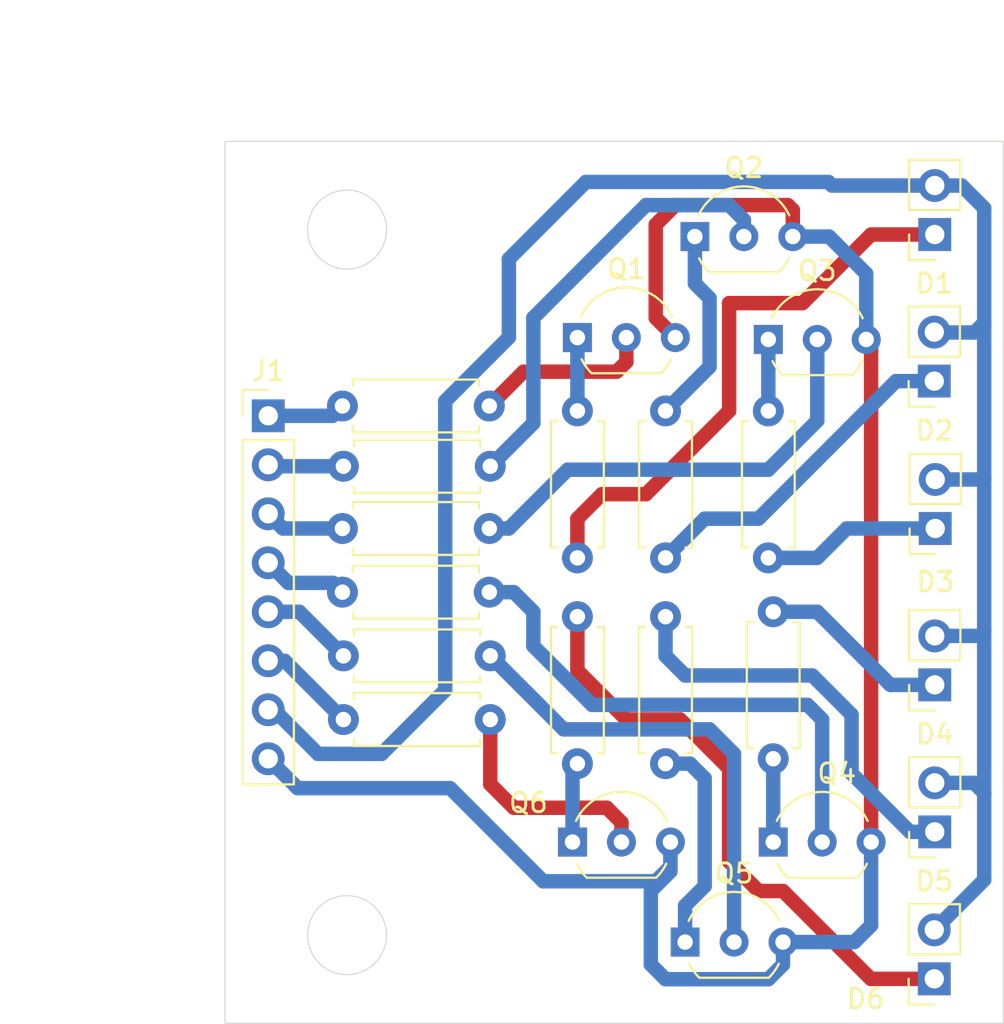
<source format=kicad_pcb>
(kicad_pcb (version 20211014) (generator pcbnew)
  (layers (0 "F.Cu" signal) (31 "B.Cu" signal) (34 "B.Paste" user) (35 "F.Paste" user) (36 "B.SilkS" user "B.Silkscreen") (37 "F.SilkS" user "F.Silkscreen") (38 "B.Mask" user) (39 "F.Mask" user) (44 "Edge.Cuts" user))
  (net 0 "")
  (net 1 "Net-(Q6-Pad1)")
  (net 2 "Net-(D6-Pad1)")
  (net 3 "Net-(Q5-Pad1)")
  (net 4 "Net-(D5-Pad1)")
  (net 5 "Net-(J1-Pad6)")
  (net 6 "Net-(Q6-Pad2)")
  (net 7 "Net-(Q4-Pad1)")
  (net 8 "Net-(D4-Pad1)")
  (net 9 "Net-(J1-Pad5)")
  (net 10 "Net-(Q5-Pad2)")
  (net 11 "Net-(J1-Pad4)")
  (net 12 "Net-(Q4-Pad2)")
  (net 13 "Net-(Q3-Pad1)")
  (net 14 "Net-(D3-Pad1)")
  (net 15 "Net-(Q2-Pad1)")
  (net 16 "Net-(D2-Pad1)")
  (net 17 "Net-(J1-Pad3)")
  (net 18 "Net-(Q3-Pad2)")
  (net 19 "Net-(Q1-Pad1)")
  (net 20 "Net-(D1-Pad1)")
  (net 21 "Net-(J1-Pad2)")
  (net 22 "Net-(Q2-Pad2)")
  (net 23 "Net-(Q1-Pad2)")
  (net 24 "Net-(J1-Pad1)")
  (net 25 "GND")
  (net 26 "Net-(D1-Pad2)")
  (footprint "Resistor_THT:R_Axial_DIN0207_L6.3mm_D2.5mm_P7.62mm_Horizontal" (layer "F.Cu") (at 128.016 98.044 90)
    (fp_text reference "R12" hide)
    (fp_text value "3K")
    (fp_line (start 0.54 1.04) (end 0.54 1.37) (layer "F.SilkS") (width 0.12))
    (fp_line (start 7.08 -1.37) (end 7.08 -1.04) (layer "F.SilkS") (width 0.12))
    (fp_line (start 7.08 1.37) (end 7.08 1.04) (layer "F.SilkS") (width 0.12))
    (fp_line (start 0.54 -1.04) (end 0.54 -1.37) (layer "F.SilkS") (width 0.12))
    (fp_line (start 0.54 -1.37) (end 7.08 -1.37) (layer "F.SilkS") (width 0.12))
    (fp_line (start 0.54 1.37) (end 7.08 1.37) (layer "F.SilkS") (width 0.12))
    (pad "1" thru_hole circle (at 0 0 90) (size 1.6 1.6) (drill 0.8) (layers *.Cu *.Mask) (net 1 "Net-(Q6-Pad1)"))
    (pad "2" thru_hole oval (at 7.62 0 90) (size 1.6 1.6) (drill 0.8) (layers *.Cu *.Mask) (net 2 "Net-(D6-Pad1)"))
  )
  (footprint "Resistor_THT:R_Axial_DIN0207_L6.3mm_D2.5mm_P7.62mm_Horizontal" (layer "F.Cu") (at 115.824 85.852)
    (fp_text reference "R4" hide)
    (fp_text value "10K")
    (fp_line (start 7.08 -1.37) (end 7.08 -1.04) (layer "F.SilkS") (width 0.12))
    (fp_line (start 7.08 1.37) (end 7.08 1.04) (layer "F.SilkS") (width 0.12))
    (fp_line (start 0.54 1.04) (end 0.54 1.37) (layer "F.SilkS") (width 0.12))
    (fp_line (start 0.54 1.37) (end 7.08 1.37) (layer "F.SilkS") (width 0.12))
    (fp_line (start 0.54 -1.37) (end 7.08 -1.37) (layer "F.SilkS") (width 0.12))
    (fp_line (start 0.54 -1.04) (end 0.54 -1.37) (layer "F.SilkS") (width 0.12))
    (pad "1" thru_hole circle (at 0 0) (size 1.6 1.6) (drill 0.8) (layers *.Cu *.Mask) (net 17 "Net-(J1-Pad3)"))
    (pad "2" thru_hole oval (at 7.62 0) (size 1.6 1.6) (drill 0.8) (layers *.Cu *.Mask) (net 18 "Net-(Q3-Pad2)"))
  )
  (footprint "Resistor_THT:R_Axial_DIN0207_L6.3mm_D2.5mm_P7.62mm_Horizontal" (layer "F.Cu") (at 123.444 79.502 180)
    (fp_text reference "R1" hide)
    (fp_text value "10K")
    (fp_line (start 0.54 -1.37) (end 7.08 -1.37) (layer "F.SilkS") (width 0.12))
    (fp_line (start 0.54 1.04) (end 0.54 1.37) (layer "F.SilkS") (width 0.12))
    (fp_line (start 7.08 -1.37) (end 7.08 -1.04) (layer "F.SilkS") (width 0.12))
    (fp_line (start 0.54 1.37) (end 7.08 1.37) (layer "F.SilkS") (width 0.12))
    (fp_line (start 0.54 -1.04) (end 0.54 -1.37) (layer "F.SilkS") (width 0.12))
    (fp_line (start 7.08 1.37) (end 7.08 1.04) (layer "F.SilkS") (width 0.12))
    (pad "1" thru_hole circle (at 0 0 180) (size 1.6 1.6) (drill 0.8) (layers *.Cu *.Mask) (net 23 "Net-(Q1-Pad2)"))
    (pad "2" thru_hole oval (at 7.62 0 180) (size 1.6 1.6) (drill 0.8) (layers *.Cu *.Mask) (net 24 "Net-(J1-Pad1)"))
  )
  (footprint "Connector_PinSocket_2.54mm:PinSocket_1x02_P2.54mm_Vertical" (layer "F.Cu") (at 146.558 93.96 180)
    (fp_text reference "D4" (at 0 -2.56) (layer "F.SilkS"))
    (fp_text value "LED" hide)
    (fp_line (start -1.33 1.27) (end 1.33 1.27) (layer "F.SilkS") (width 0.12))
    (fp_line (start 1.33 -1.33) (end 1.33 0) (layer "F.SilkS") (width 0.12))
    (fp_line (start -1.33 1.27) (end -1.33 3.87) (layer "F.SilkS") (width 0.12))
    (fp_line (start -1.33 3.87) (end 1.33 3.87) (layer "F.SilkS") (width 0.12))
    (fp_line (start 1.33 1.27) (end 1.33 3.87) (layer "F.SilkS") (width 0.12))
    (fp_line (start 0 -1.33) (end 1.33 -1.33) (layer "F.SilkS") (width 0.12))
    (pad "1" thru_hole rect (at 0 0 180) (size 1.7 1.7) (drill 1) (layers *.Cu *.Mask) (net 8 "Net-(D4-Pad1)"))
    (pad "2" thru_hole oval (at 0 2.54 180) (size 1.7 1.7) (drill 1) (layers *.Cu *.Mask) (net 26 "Net-(D1-Pad2)"))
  )
  (footprint "Connector_PinHeader_2.54mm:PinHeader_1x08_P2.54mm_Vertical" (layer "F.Cu") (at 111.974 80.01)
    (fp_text reference "J1" (at 0 -2.33) (layer "F.SilkS"))
    (fp_text value "Conn_01x08" hide)
    (fp_line (start -1.33 0) (end -1.33 -1.33) (layer "F.SilkS") (width 0.12))
    (fp_line (start -1.33 19.11) (end 1.33 19.11) (layer "F.SilkS") (width 0.12))
    (fp_line (start -1.33 1.27) (end -1.33 19.11) (layer "F.SilkS") (width 0.12))
    (fp_line (start 1.33 1.27) (end 1.33 19.11) (layer "F.SilkS") (width 0.12))
    (fp_line (start -1.33 1.27) (end 1.33 1.27) (layer "F.SilkS") (width 0.12))
    (fp_line (start -1.33 -1.33) (end 0 -1.33) (layer "F.SilkS") (width 0.12))
    (pad "1" thru_hole rect (at 0 0) (size 1.7 1.7) (drill 1) (layers *.Cu *.Mask) (net 24 "Net-(J1-Pad1)"))
    (pad "2" thru_hole oval (at 0 2.54) (size 1.7 1.7) (drill 1) (layers *.Cu *.Mask) (net 21 "Net-(J1-Pad2)"))
    (pad "3" thru_hole oval (at 0 5.08) (size 1.7 1.7) (drill 1) (layers *.Cu *.Mask) (net 17 "Net-(J1-Pad3)"))
    (pad "4" thru_hole oval (at 0 7.62) (size 1.7 1.7) (drill 1) (layers *.Cu *.Mask) (net 11 "Net-(J1-Pad4)"))
    (pad "5" thru_hole oval (at 0 10.16) (size 1.7 1.7) (drill 1) (layers *.Cu *.Mask) (net 9 "Net-(J1-Pad5)"))
    (pad "6" thru_hole oval (at 0 12.7) (size 1.7 1.7) (drill 1) (layers *.Cu *.Mask) (net 5 "Net-(J1-Pad6)"))
    (pad "7" thru_hole oval (at 0 15.24) (size 1.7 1.7) (drill 1) (layers *.Cu *.Mask) (net 26 "Net-(D1-Pad2)"))
    (pad "8" thru_hole oval (at 0 17.78) (size 1.7 1.7) (drill 1) (layers *.Cu *.Mask) (net 25 "GND"))
  )
  (footprint "Resistor_THT:R_Axial_DIN0207_L6.3mm_D2.5mm_P7.62mm_Horizontal" (layer "F.Cu") (at 115.874 92.456)
    (fp_text reference "R8" hide)
    (fp_text value "10K")
    (fp_line (start 0.54 1.37) (end 7.08 1.37) (layer "F.SilkS") (width 0.12))
    (fp_line (start 7.08 1.37) (end 7.08 1.04) (layer "F.SilkS") (width 0.12))
    (fp_line (start 0.54 1.04) (end 0.54 1.37) (layer "F.SilkS") (width 0.12))
    (fp_line (start 0.54 -1.37) (end 7.08 -1.37) (layer "F.SilkS") (width 0.12))
    (fp_line (start 0.54 -1.04) (end 0.54 -1.37) (layer "F.SilkS") (width 0.12))
    (fp_line (start 7.08 -1.37) (end 7.08 -1.04) (layer "F.SilkS") (width 0.12))
    (pad "1" thru_hole circle (at 0 0) (size 1.6 1.6) (drill 0.8) (layers *.Cu *.Mask) (net 9 "Net-(J1-Pad5)"))
    (pad "2" thru_hole oval (at 7.62 0) (size 1.6 1.6) (drill 0.8) (layers *.Cu *.Mask) (net 10 "Net-(Q5-Pad2)"))
  )
  (footprint "Resistor_THT:R_Axial_DIN0207_L6.3mm_D2.5mm_P7.62mm_Horizontal" (layer "F.Cu") (at 115.874 95.758)
    (fp_text reference "R10" hide)
    (fp_text value "10K")
    (fp_line (start 0.54 1.37) (end 7.08 1.37) (layer "F.SilkS") (width 0.12))
    (fp_line (start 0.54 -1.37) (end 7.08 -1.37) (layer "F.SilkS") (width 0.12))
    (fp_line (start 7.08 1.37) (end 7.08 1.04) (layer "F.SilkS") (width 0.12))
    (fp_line (start 0.54 1.04) (end 0.54 1.37) (layer "F.SilkS") (width 0.12))
    (fp_line (start 7.08 -1.37) (end 7.08 -1.04) (layer "F.SilkS") (width 0.12))
    (fp_line (start 0.54 -1.04) (end 0.54 -1.37) (layer "F.SilkS") (width 0.12))
    (pad "1" thru_hole circle (at 0 0) (size 1.6 1.6) (drill 0.8) (layers *.Cu *.Mask) (net 5 "Net-(J1-Pad6)"))
    (pad "2" thru_hole oval (at 7.62 0) (size 1.6 1.6) (drill 0.8) (layers *.Cu *.Mask) (net 6 "Net-(Q6-Pad2)"))
  )
  (footprint "Connector_PinSocket_2.54mm:PinSocket_1x02_P2.54mm_Vertical" (layer "F.Cu") (at 146.558 101.58 180)
    (fp_text reference "D5" (at 0.025 -2.56) (layer "F.SilkS"))
    (fp_text value "LED" hide)
    (fp_line (start 0 -1.33) (end 1.33 -1.33) (layer "F.SilkS") (width 0.12))
    (fp_line (start -1.33 1.27) (end 1.33 1.27) (layer "F.SilkS") (width 0.12))
    (fp_line (start -1.33 3.87) (end 1.33 3.87) (layer "F.SilkS") (width 0.12))
    (fp_line (start 1.33 1.27) (end 1.33 3.87) (layer "F.SilkS") (width 0.12))
    (fp_line (start -1.33 1.27) (end -1.33 3.87) (layer "F.SilkS") (width 0.12))
    (fp_line (start 1.33 -1.33) (end 1.33 0) (layer "F.SilkS") (width 0.12))
    (pad "1" thru_hole rect (at 0 0 180) (size 1.7 1.7) (drill 1) (layers *.Cu *.Mask) (net 4 "Net-(D5-Pad1)"))
    (pad "2" thru_hole oval (at 0 2.54 180) (size 1.7 1.7) (drill 1) (layers *.Cu *.Mask) (net 26 "Net-(D1-Pad2)"))
  )
  (footprint "Package_TO_SOT_THT:TO-92_Inline_Wide" (layer "F.Cu") (at 134.112 70.718)
    (fp_text reference "Q2" (at 2.54 -3.56) (layer "F.SilkS"))
    (fp_text value "BC337" hide)
    (fp_line (start 0.74 1.85) (end 4.34 1.85) (layer "F.SilkS") (width 0.12))
    (fp_arc (start 2.54 -2.6) (mid 3.936979 -2.192818) (end 4.8964 -1.098807) (layer "F.SilkS") (width 0.12))
    (fp_arc (start 0.1836 -1.098807) (mid 1.143021 -2.192817) (end 2.54 -2.6) (layer "F.SilkS") (width 0.12))
    (fp_arc (start 0.74 1.85) (mid 0.446097 1.509328) (end 0.215816 1.122795) (layer "F.SilkS") (width 0.12))
    (fp_arc (start 4.864184 1.122795) (mid 4.633903 1.509328) (end 4.34 1.85) (layer "F.SilkS") (width 0.12))
    (pad "1" thru_hole rect (at 0 0) (size 1.5 1.5) (drill 0.8) (layers *.Cu *.Mask) (net 15 "Net-(Q2-Pad1)"))
    (pad "2" thru_hole circle (at 2.54 0) (size 1.5 1.5) (drill 0.8) (layers *.Cu *.Mask) (net 22 "Net-(Q2-Pad2)"))
    (pad "3" thru_hole circle (at 5.08 0) (size 1.5 1.5) (drill 0.8) (layers *.Cu *.Mask) (net 25 "GND"))
  )
  (footprint "Package_TO_SOT_THT:TO-92_Inline_Wide" (layer "F.Cu") (at 137.922 76.052)
    (fp_text reference "Q3" (at 2.54 -3.56) (layer "F.SilkS"))
    (fp_text value "BC337" hide)
    (fp_line (start 0.74 1.85) (end 4.34 1.85) (layer "F.SilkS") (width 0.12))
    (fp_arc (start 0.1836 -1.098807) (mid 1.143021 -2.192817) (end 2.54 -2.6) (layer "F.SilkS") (width 0.12))
    (fp_arc (start 0.74 1.85) (mid 0.446097 1.509328) (end 0.215816 1.122795) (layer "F.SilkS") (width 0.12))
    (fp_arc (start 4.864184 1.122795) (mid 4.633903 1.509328) (end 4.34 1.85) (layer "F.SilkS") (width 0.12))
    (fp_arc (start 2.54 -2.6) (mid 3.936979 -2.192818) (end 4.8964 -1.098807) (layer "F.SilkS") (width 0.12))
    (pad "1" thru_hole rect (at 0 0) (size 1.5 1.5) (drill 0.8) (layers *.Cu *.Mask) (net 13 "Net-(Q3-Pad1)"))
    (pad "2" thru_hole circle (at 2.54 0) (size 1.5 1.5) (drill 0.8) (layers *.Cu *.Mask) (net 18 "Net-(Q3-Pad2)"))
    (pad "3" thru_hole circle (at 5.08 0) (size 1.5 1.5) (drill 0.8) (layers *.Cu *.Mask) (net 25 "GND"))
  )
  (footprint "Resistor_THT:R_Axial_DIN0207_L6.3mm_D2.5mm_P7.62mm_Horizontal" (layer "F.Cu") (at 132.588 79.756 -90)
    (fp_text reference "R5" hide)
    (fp_text value "3K")
    (fp_line (start 0.54 -1.37) (end 7.08 -1.37) (layer "F.SilkS") (width 0.12))
    (fp_line (start 7.08 -1.37) (end 7.08 -1.04) (layer "F.SilkS") (width 0.12))
    (fp_line (start 0.54 -1.04) (end 0.54 -1.37) (layer "F.SilkS") (width 0.12))
    (fp_line (start 7.08 1.37) (end 7.08 1.04) (layer "F.SilkS") (width 0.12))
    (fp_line (start 0.54 1.04) (end 0.54 1.37) (layer "F.SilkS") (width 0.12))
    (fp_line (start 0.54 1.37) (end 7.08 1.37) (layer "F.SilkS") (width 0.12))
    (pad "1" thru_hole circle (at 0 0 270) (size 1.6 1.6) (drill 0.8) (layers *.Cu *.Mask) (net 15 "Net-(Q2-Pad1)"))
    (pad "2" thru_hole oval (at 7.62 0 270) (size 1.6 1.6) (drill 0.8) (layers *.Cu *.Mask) (net 16 "Net-(D2-Pad1)"))
  )
  (footprint "Resistor_THT:R_Axial_DIN0207_L6.3mm_D2.5mm_P7.62mm_Horizontal" (layer "F.Cu") (at 138.176 97.79 90)
    (fp_text reference "R9" hide)
    (fp_text value "3K")
    (fp_line (start 0.54 -1.37) (end 7.08 -1.37) (layer "F.SilkS") (width 0.12))
    (fp_line (start 7.08 1.37) (end 7.08 1.04) (layer "F.SilkS") (width 0.12))
    (fp_line (start 0.54 -1.04) (end 0.54 -1.37) (layer "F.SilkS") (width 0.12))
    (fp_line (start 7.08 -1.37) (end 7.08 -1.04) (layer "F.SilkS") (width 0.12))
    (fp_line (start 0.54 1.37) (end 7.08 1.37) (layer "F.SilkS") (width 0.12))
    (fp_line (start 0.54 1.04) (end 0.54 1.37) (layer "F.SilkS") (width 0.12))
    (pad "1" thru_hole circle (at 0 0 90) (size 1.6 1.6) (drill 0.8) (layers *.Cu *.Mask) (net 7 "Net-(Q4-Pad1)"))
    (pad "2" thru_hole oval (at 7.62 0 90) (size 1.6 1.6) (drill 0.8) (layers *.Cu *.Mask) (net 8 "Net-(D4-Pad1)"))
  )
  (footprint "Connector_PinSocket_2.54mm:PinSocket_1x02_P2.54mm_Vertical" (layer "F.Cu") (at 146.533 109.2 180)
    (fp_text reference "D6" (at 3.556 -1.036) (layer "F.SilkS"))
    (fp_text value "LED" hide)
    (fp_line (start 0 -1.33) (end 1.33 -1.33) (layer "F.SilkS") (width 0.12))
    (fp_line (start 1.33 -1.33) (end 1.33 0) (layer "F.SilkS") (width 0.12))
    (fp_line (start 1.33 1.27) (end 1.33 3.87) (layer "F.SilkS") (width 0.12))
    (fp_line (start -1.33 3.87) (end 1.33 3.87) (layer "F.SilkS") (width 0.12))
    (fp_line (start -1.33 1.27) (end 1.33 1.27) (layer "F.SilkS") (width 0.12))
    (fp_line (start -1.33 1.27) (end -1.33 3.87) (layer "F.SilkS") (width 0.12))
    (pad "1" thru_hole rect (at 0 0 180) (size 1.7 1.7) (drill 1) (layers *.Cu *.Mask) (net 2 "Net-(D6-Pad1)"))
    (pad "2" thru_hole oval (at 0 2.54 180) (size 1.7 1.7) (drill 1) (layers *.Cu *.Mask) (net 26 "Net-(D1-Pad2)"))
  )
  (footprint "Package_TO_SOT_THT:TO-92_Inline_Wide" (layer "F.Cu") (at 133.604 107.294)
    (fp_text reference "Q5" (at 2.54 -3.56) (layer "F.SilkS"))
    (fp_text value "BC337")
    (fp_line (start 0.74 1.85) (end 4.34 1.85) (layer "F.SilkS") (width 0.12))
    (fp_arc (start 0.1836 -1.098807) (mid 1.143021 -2.192817) (end 2.54 -2.6) (layer "F.SilkS") (width 0.12))
    (fp_arc (start 4.864184 1.122795) (mid 4.633903 1.509328) (end 4.34 1.85) (layer "F.SilkS") (width 0.12))
    (fp_arc (start 0.74 1.85) (mid 0.446097 1.509328) (end 0.215816 1.122795) (layer "F.SilkS") (width 0.12))
    (fp_arc (start 2.54 -2.6) (mid 3.936979 -2.192818) (end 4.8964 -1.098807) (layer "F.SilkS") (width 0.12))
    (pad "1" thru_hole rect (at 0 0) (size 1.5 1.5) (drill 0.8) (layers *.Cu *.Mask) (net 3 "Net-(Q5-Pad1)"))
    (pad "2" thru_hole circle (at 2.54 0) (size 1.5 1.5) (drill 0.8) (layers *.Cu *.Mask) (net 10 "Net-(Q5-Pad2)"))
    (pad "3" thru_hole circle (at 5.08 0) (size 1.5 1.5) (drill 0.8) (layers *.Cu *.Mask) (net 25 "GND"))
  )
  (footprint "Resistor_THT:R_Axial_DIN0207_L6.3mm_D2.5mm_P7.62mm_Horizontal" (layer "F.Cu") (at 128.016 79.756 -90)
    (fp_text reference "R3" hide)
    (fp_text value "3K")
    (fp_line (start 7.08 1.37) (end 7.08 1.04) (layer "F.SilkS") (width 0.12))
    (fp_line (start 7.08 -1.37) (end 7.08 -1.04) (layer "F.SilkS") (width 0.12))
    (fp_line (start 0.54 -1.37) (end 7.08 -1.37) (layer "F.SilkS") (width 0.12))
    (fp_line (start 0.54 1.37) (end 7.08 1.37) (layer "F.SilkS") (width 0.12))
    (fp_line (start 0.54 -1.04) (end 0.54 -1.37) (layer "F.SilkS") (width 0.12))
    (fp_line (start 0.54 1.04) (end 0.54 1.37) (layer "F.SilkS") (width 0.12))
    (pad "1" thru_hole circle (at 0 0 270) (size 1.6 1.6) (drill 0.8) (layers *.Cu *.Mask) (net 19 "Net-(Q1-Pad1)"))
    (pad "2" thru_hole oval (at 7.62 0 270) (size 1.6 1.6) (drill 0.8) (layers *.Cu *.Mask) (net 20 "Net-(D1-Pad1)"))
  )
  (footprint "Resistor_THT:R_Axial_DIN0207_L6.3mm_D2.5mm_P7.62mm_Horizontal" (layer "F.Cu") (at 132.588 98.044 90)
    (fp_text reference "R11" hide)
    (fp_text value "3K")
    (fp_line (start 7.08 -1.37) (end 7.08 -1.04) (layer "F.SilkS") (width 0.12))
    (fp_line (start 7.08 1.37) (end 7.08 1.04) (layer "F.SilkS") (width 0.12))
    (fp_line (start 0.54 1.37) (end 7.08 1.37) (layer "F.SilkS") (width 0.12))
    (fp_line (start 0.54 1.04) (end 0.54 1.37) (layer "F.SilkS") (width 0.12))
    (fp_line (start 0.54 -1.04) (end 0.54 -1.37) (layer "F.SilkS") (width 0.12))
    (fp_line (start 0.54 -1.37) (end 7.08 -1.37) (layer "F.SilkS") (width 0.12))
    (pad "1" thru_hole circle (at 0 0 90) (size 1.6 1.6) (drill 0.8) (layers *.Cu *.Mask) (net 3 "Net-(Q5-Pad1)"))
    (pad "2" thru_hole oval (at 7.62 0 90) (size 1.6 1.6) (drill 0.8) (layers *.Cu *.Mask) (net 4 "Net-(D5-Pad1)"))
  )
  (footprint "Connector_PinSocket_2.54mm:PinSocket_1x02_P2.54mm_Vertical" (layer "F.Cu") (at 146.558 70.612 180)
    (fp_text reference "D1" (at 0.025 -2.54) (layer "F.SilkS"))
    (fp_text value "LED" hide)
    (fp_line (start 0 -1.33) (end 1.33 -1.33) (layer "F.SilkS") (width 0.12))
    (fp_line (start -1.33 3.87) (end 1.33 3.87) (layer "F.SilkS") (width 0.12))
    (fp_line (start -1.33 1.27) (end 1.33 1.27) (layer "F.SilkS") (width 0.12))
    (fp_line (start 1.33 1.27) (end 1.33 3.87) (layer "F.SilkS") (width 0.12))
    (fp_line (start -1.33 1.27) (end -1.33 3.87) (layer "F.SilkS") (width 0.12))
    (fp_line (start 1.33 -1.33) (end 1.33 0) (layer "F.SilkS") (width 0.12))
    (pad "1" thru_hole rect (at 0 0 180) (size 1.7 1.7) (drill 1) (layers *.Cu *.Mask) (net 20 "Net-(D1-Pad1)"))
    (pad "2" thru_hole oval (at 0 2.54 180) (size 1.7 1.7) (drill 1) (layers *.Cu *.Mask) (net 26 "Net-(D1-Pad2)"))
  )
  (footprint "Resistor_THT:R_Axial_DIN0207_L6.3mm_D2.5mm_P7.62mm_Horizontal" (layer "F.Cu") (at 115.874 82.626)
    (fp_text reference "R2" hide)
    (fp_text value "10K")
    (fp_line (start 0.54 -1.04) (end 0.54 -1.37) (layer "F.SilkS") (width 0.12))
    (fp_line (start 7.08 -1.37) (end 7.08 -1.04) (layer "F.SilkS") (width 0.12))
    (fp_line (start 0.54 -1.37) (end 7.08 -1.37) (layer "F.SilkS") (width 0.12))
    (fp_line (start 0.54 1.04) (end 0.54 1.37) (layer "F.SilkS") (width 0.12))
    (fp_line (start 7.08 1.37) (end 7.08 1.04) (layer "F.SilkS") (width 0.12))
    (fp_line (start 0.54 1.37) (end 7.08 1.37) (layer "F.SilkS") (width 0.12))
    (pad "1" thru_hole circle (at 0 0) (size 1.6 1.6) (drill 0.8) (layers *.Cu *.Mask) (net 21 "Net-(J1-Pad2)"))
    (pad "2" thru_hole oval (at 7.62 0) (size 1.6 1.6) (drill 0.8) (layers *.Cu *.Mask) (net 22 "Net-(Q2-Pad2)"))
  )
  (footprint "Resistor_THT:R_Axial_DIN0207_L6.3mm_D2.5mm_P7.62mm_Horizontal" (layer "F.Cu") (at 137.922 79.756 -90)
    (fp_text reference "R6" hide)
    (fp_text value "3K")
    (fp_line (start 0.54 1.37) (end 7.08 1.37) (layer "F.SilkS") (width 0.12))
    (fp_line (start 0.54 -1.37) (end 7.08 -1.37) (layer "F.SilkS") (width 0.12))
    (fp_line (start 0.54 1.04) (end 0.54 1.37) (layer "F.SilkS") (width 0.12))
    (fp_line (start 7.08 -1.37) (end 7.08 -1.04) (layer "F.SilkS") (width 0.12))
    (fp_line (start 0.54 -1.04) (end 0.54 -1.37) (layer "F.SilkS") (width 0.12))
    (fp_line (start 7.08 1.37) (end 7.08 1.04) (layer "F.SilkS") (width 0.12))
    (pad "1" thru_hole circle (at 0 0 270) (size 1.6 1.6) (drill 0.8) (layers *.Cu *.Mask) (net 13 "Net-(Q3-Pad1)"))
    (pad "2" thru_hole oval (at 7.62 0 270) (size 1.6 1.6) (drill 0.8) (layers *.Cu *.Mask) (net 14 "Net-(D3-Pad1)"))
  )
  (footprint "Package_TO_SOT_THT:TO-92_Inline_Wide" (layer "F.Cu") (at 127.762 102.108)
    (fp_text reference "Q6" (at -2.286 -2.032) (layer "F.SilkS"))
    (fp_text value "BC337")
    (fp_line (start 0.74 1.85) (end 4.34 1.85) (layer "F.SilkS") (width 0.12))
    (fp_arc (start 0.1836 -1.098807) (mid 1.143021 -2.192817) (end 2.54 -2.6) (layer "F.SilkS") (width 0.12))
    (fp_arc (start 0.74 1.85) (mid 0.446097 1.509328) (end 0.215816 1.122795) (layer "F.SilkS") (width 0.12))
    (fp_arc (start 4.864184 1.122795) (mid 4.633903 1.509328) (end 4.34 1.85) (layer "F.SilkS") (width 0.12))
    (fp_arc (start 2.54 -2.6) (mid 3.936979 -2.192818) (end 4.8964 -1.098807) (layer "F.SilkS") (width 0.12))
    (pad "1" thru_hole rect (at 0 0) (size 1.5 1.5) (drill 0.8) (layers *.Cu *.Mask) (net 1 "Net-(Q6-Pad1)"))
    (pad "2" thru_hole circle (at 2.54 0) (size 1.5 1.5) (drill 0.8) (layers *.Cu *.Mask) (net 6 "Net-(Q6-Pad2)"))
    (pad "3" thru_hole circle (at 5.08 0) (size 1.5 1.5) (drill 0.8) (layers *.Cu *.Mask) (net 25 "GND"))
  )
  (footprint "Package_TO_SOT_THT:TO-92_Inline_Wide" (layer "F.Cu") (at 128.016 75.954)
    (fp_text reference "Q1" (at 2.54 -3.56) (layer "F.SilkS"))
    (fp_text value "BC337" hide)
    (fp_line (start 0.74 1.85) (end 4.34 1.85) (layer "F.SilkS") (width 0.12))
    (fp_arc (start 2.54 -2.6) (mid 3.936979 -2.192818) (end 4.8964 -1.098807) (layer "F.SilkS") (width 0.12))
    (fp_arc (start 0.1836 -1.098807) (mid 1.143021 -2.192817) (end 2.54 -2.6) (layer "F.SilkS") (width 0.12))
    (fp_arc (start 4.864184 1.122795) (mid 4.633903 1.509328) (end 4.34 1.85) (layer "F.SilkS") (width 0.12))
    (fp_arc (start 0.74 1.85) (mid 0.446097 1.509328) (end 0.215816 1.122795) (layer "F.SilkS") (width 0.12))
    (pad "1" thru_hole rect (at 0 0) (size 1.5 1.5) (drill 0.8) (layers *.Cu *.Mask) (net 19 "Net-(Q1-Pad1)"))
    (pad "2" thru_hole circle (at 2.54 0) (size 1.5 1.5) (drill 0.8) (layers *.Cu *.Mask) (net 23 "Net-(Q1-Pad2)"))
    (pad "3" thru_hole circle (at 5.08 0) (size 1.5 1.5) (drill 0.8) (layers *.Cu *.Mask) (net 25 "GND"))
  )
  (footprint "Connector_PinSocket_2.54mm:PinSocket_1x02_P2.54mm_Vertical" (layer "F.Cu") (at 146.583 85.852 180)
    (fp_text reference "D3" (at 0 -2.77) (layer "F.SilkS"))
    (fp_text value "LED" hide)
    (fp_line (start 0 -1.33) (end 1.33 -1.33) (layer "F.SilkS") (width 0.12))
    (fp_line (start -1.33 1.27) (end 1.33 1.27) (layer "F.SilkS") (width 0.12))
    (fp_line (start -1.33 1.27) (end -1.33 3.87) (layer "F.SilkS") (width 0.12))
    (fp_line (start -1.33 3.87) (end 1.33 3.87) (layer "F.SilkS") (width 0.12))
    (fp_line (start 1.33 -1.33) (end 1.33 0) (layer "F.SilkS") (width 0.12))
    (fp_line (start 1.33 1.27) (end 1.33 3.87) (layer "F.SilkS") (width 0.12))
    (pad "1" thru_hole rect (at 0 0 180) (size 1.7 1.7) (drill 1) (layers *.Cu *.Mask) (net 14 "Net-(D3-Pad1)"))
    (pad "2" thru_hole oval (at 0 2.54 180) (size 1.7 1.7) (drill 1) (layers *.Cu *.Mask) (net 26 "Net-(D1-Pad2)"))
  )
  (footprint "Connector_PinSocket_2.54mm:PinSocket_1x02_P2.54mm_Vertical" (layer "F.Cu") (at 146.533 78.212 180)
    (fp_text reference "D2" (at 0 -2.56) (layer "F.SilkS"))
    (fp_text value "LED" hide)
    (fp_line (start -1.33 1.27) (end -1.33 3.87) (layer "F.SilkS") (width 0.12))
    (fp_line (start -1.33 3.87) (end 1.33 3.87) (layer "F.SilkS") (width 0.12))
    (fp_line (start 0 -1.33) (end 1.33 -1.33) (layer "F.SilkS") (width 0.12))
    (fp_line (start -1.33 1.27) (end 1.33 1.27) (layer "F.SilkS") (width 0.12))
    (fp_line (start 1.33 1.27) (end 1.33 3.87) (layer "F.SilkS") (width 0.12))
    (fp_line (start 1.33 -1.33) (end 1.33 0) (layer "F.SilkS") (width 0.12))
    (pad "1" thru_hole rect (at 0 0 180) (size 1.7 1.7) (drill 1) (layers *.Cu *.Mask) (net 16 "Net-(D2-Pad1)"))
    (pad "2" thru_hole oval (at 0 2.54 180) (size 1.7 1.7) (drill 1) (layers *.Cu *.Mask) (net 26 "Net-(D1-Pad2)"))
  )
  (footprint "Resistor_THT:R_Axial_DIN0207_L6.3mm_D2.5mm_P7.62mm_Horizontal" (layer "F.Cu") (at 115.824 89.154)
    (fp_text reference "R7" hide)
    (fp_text value "10K")
    (fp_line (start 0.54 -1.37) (end 7.08 -1.37) (layer "F.SilkS") (width 0.12))
    (fp_line (start 0.54 1.37) (end 7.08 1.37) (layer "F.SilkS") (width 0.12))
    (fp_line (start 0.54 1.04) (end 0.54 1.37) (layer "F.SilkS") (width 0.12))
    (fp_line (start 7.08 1.37) (end 7.08 1.04) (layer "F.SilkS") (width 0.12))
    (fp_line (start 0.54 -1.04) (end 0.54 -1.37) (layer "F.SilkS") (width 0.12))
    (fp_line (start 7.08 -1.37) (end 7.08 -1.04) (layer "F.SilkS") (width 0.12))
    (pad "1" thru_hole circle (at 0 0) (size 1.6 1.6) (drill 0.8) (layers *.Cu *.Mask) (net 11 "Net-(J1-Pad4)"))
    (pad "2" thru_hole oval (at 7.62 0) (size 1.6 1.6) (drill 0.8) (layers *.Cu *.Mask) (net 12 "Net-(Q4-Pad2)"))
  )
  (footprint "Package_TO_SOT_THT:TO-92_Inline_Wide" (layer "F.Cu") (at 138.176 102.108)
    (fp_text reference "Q4" (at 3.302 -3.556) (layer "F.SilkS"))
    (fp_text value "BC337")
    (fp_line (start 0.74 1.85) (end 4.34 1.85) (layer "F.SilkS") (width 0.12))
    (fp_arc (start 2.54 -2.6) (mid 3.936979 -2.192818) (end 4.8964 -1.098807) (layer "F.SilkS") (width 0.12))
    (fp_arc (start 4.864184 1.122795) (mid 4.633903 1.509328) (end 4.34 1.85) (layer "F.SilkS") (width 0.12))
    (fp_arc (start 0.74 1.85) (mid 0.446097 1.509328) (end 0.215816 1.122795) (layer "F.SilkS") (width 0.12))
    (fp_arc (start 0.1836 -1.098807) (mid 1.143021 -2.192817) (end 2.54 -2.6) (layer "F.SilkS") (width 0.12))
    (pad "1" thru_hole rect (at 0 0) (size 1.5 1.5) (drill 0.8) (layers *.Cu *.Mask) (net 7 "Net-(Q4-Pad1)"))
    (pad "2" thru_hole circle (at 2.54 0) (size 1.5 1.5) (drill 0.8) (layers *.Cu *.Mask) (net 12 "Net-(Q4-Pad2)"))
    (pad "3" thru_hole circle (at 5.08 0) (size 1.5 1.5) (drill 0.8) (layers *.Cu *.Mask) (net 25 "GND"))
  )
  (gr_circle (center 116.062187 106.934) (end 118.094187 106.68) (layer "Edge.Cuts") (width 0.05) (fill none))
  (gr_circle (center 116.062187 70.358) (end 118.094187 70.104) (layer "Edge.Cuts") (width 0.05) (fill none))
  (gr_rect (start 150.114 65.786) (end 109.728 111.506) (layer "Edge.Cuts") (width 0.05) (fill none))
  (segment (start 127.762 102.108) (end 127.762 98.446) (width 0.75) (layer "B.Cu") (net 1))
  (segment (start 127.762 98.446) (end 128.27 97.938) (width 0.75) (layer "B.Cu") (net 1))
  (segment (start 133.35 95.758) (end 130.556 95.758) (width 0.75) (layer "F.Cu") (net 2))
  (segment (start 146.533 109.2) (end 143.236 109.2) (width 0.75) (layer "F.Cu") (net 2))
  (segment (start 130.556 95.758) (end 128.016 93.218) (width 0.75) (layer "F.Cu") (net 2))
  (segment (start 135.89 103.124) (end 135.89 98.298) (width 0.75) (layer "F.Cu") (net 2))
  (segment (start 137.414 104.648) (end 135.89 103.124) (width 0.75) (layer "F.Cu") (net 2))
  (segment (start 128.016 93.218) (end 128.016 90.424) (width 0.75) (layer "F.Cu") (net 2))
  (segment (start 143.236 109.2) (end 138.684 104.648) (width 0.75) (layer "F.Cu") (net 2))
  (segment (start 138.684 104.648) (end 137.414 104.648) (width 0.75) (layer "F.Cu") (net 2))
  (segment (start 135.89 98.298) (end 133.35 95.758) (width 0.75) (layer "F.Cu") (net 2))
  (segment (start 134.62 98.806) (end 134.62 104.394) (width 0.75) (layer "B.Cu") (net 3))
  (segment (start 134.62 104.394) (end 133.604 105.41) (width 0.75) (layer "B.Cu") (net 3))
  (segment (start 133.604 105.41) (end 133.604 107.294) (width 0.75) (layer "B.Cu") (net 3))
  (segment (start 133.858 98.044) (end 134.62 98.806) (width 0.75) (layer "B.Cu") (net 3))
  (segment (start 132.588 98.044) (end 133.858 98.044) (width 0.75) (layer "B.Cu") (net 3))
  (segment (start 142.24 98.552) (end 142.24 95.504) (width 0.75) (layer "B.Cu") (net 4))
  (segment (start 132.588 92.456) (end 132.588 90.424) (width 0.75) (layer "B.Cu") (net 4))
  (segment (start 145.268 101.58) (end 142.24 98.552) (width 0.75) (layer "B.Cu") (net 4))
  (segment (start 140.208 93.472) (end 133.604 93.472) (width 0.75) (layer "B.Cu") (net 4))
  (segment (start 146.558 101.58) (end 145.268 101.58) (width 0.75) (layer "B.Cu") (net 4))
  (segment (start 133.604 93.472) (end 132.588 92.456) (width 0.75) (layer "B.Cu") (net 4))
  (segment (start 142.24 95.504) (end 140.208 93.472) (width 0.75) (layer "B.Cu") (net 4))
  (segment (start 112.826 92.71) (end 115.874 95.758) (width 0.75) (layer "B.Cu") (net 5))
  (segment (start 111.974 92.71) (end 112.826 92.71) (width 0.75) (layer "B.Cu") (net 5))
  (segment (start 130.302 102.108) (end 130.302 101.092) (width 0.75) (layer "F.Cu") (net 6))
  (segment (start 124.714 100.33) (end 123.494 99.11) (width 0.75) (layer "F.Cu") (net 6))
  (segment (start 123.494 99.11) (end 123.494 95.758) (width 0.75) (layer "F.Cu") (net 6))
  (segment (start 130.302 101.092) (end 129.54 100.33) (width 0.75) (layer "F.Cu") (net 6))
  (segment (start 129.54 100.33) (end 124.714 100.33) (width 0.75) (layer "F.Cu") (net 6))
  (segment (start 138.176 102.108) (end 138.176 97.79) (width 0.75) (layer "B.Cu") (net 7))
  (segment (start 140.462 90.17) (end 144.252 93.96) (width 0.75) (layer "B.Cu") (net 8))
  (segment (start 138.176 90.17) (end 140.462 90.17) (width 0.75) (layer "B.Cu") (net 8))
  (segment (start 144.252 93.96) (end 146.558 93.96) (width 0.75) (layer "B.Cu") (net 8))
  (segment (start 111.974 90.17) (end 113.588 90.17) (width 0.75) (layer "B.Cu") (net 9))
  (segment (start 113.588 90.17) (end 115.874 92.456) (width 0.75) (layer "B.Cu") (net 9))
  (segment (start 134.874 96.266) (end 127.304 96.266) (width 0.75) (layer "B.Cu") (net 10))
  (segment (start 136.144 107.294) (end 136.144 97.536) (width 0.75) (layer "B.Cu") (net 10))
  (segment (start 127.304 96.266) (end 123.494 92.456) (width 0.75) (layer "B.Cu") (net 10))
  (segment (start 136.144 97.536) (end 134.874 96.266) (width 0.75) (layer "B.Cu") (net 10))
  (segment (start 115.342 88.672) (end 115.824 89.154) (width 0.75) (layer "B.Cu") (net 11))
  (segment (start 113.016 88.672) (end 115.342 88.672) (width 0.75) (layer "B.Cu") (net 11))
  (segment (start 111.974 87.63) (end 113.016 88.672) (width 0.75) (layer "B.Cu") (net 11))
  (segment (start 140.716 102.108) (end 140.716 95.758) (width 0.75) (layer "B.Cu") (net 12))
  (segment (start 124.714 89.154) (end 123.444 89.154) (width 0.75) (layer "B.Cu") (net 12))
  (segment (start 125.73 91.948) (end 125.73 90.17) (width 0.75) (layer "B.Cu") (net 12))
  (segment (start 125.73 90.17) (end 124.714 89.154) (width 0.75) (layer "B.Cu") (net 12))
  (segment (start 128.778 94.996) (end 125.73 91.948) (width 0.75) (layer "B.Cu") (net 12))
  (segment (start 139.954 94.996) (end 128.778 94.996) (width 0.75) (layer "B.Cu") (net 12))
  (segment (start 140.716 95.758) (end 139.954 94.996) (width 0.75) (layer "B.Cu") (net 12))
  (segment (start 137.922 79.756) (end 137.922 76.052) (width 0.75) (layer "B.Cu") (net 13))
  (segment (start 141.986 85.852) (end 140.462 87.376) (width 0.75) (layer "B.Cu") (net 14))
  (segment (start 140.462 87.376) (end 137.922 87.376) (width 0.75) (layer "B.Cu") (net 14))
  (segment (start 146.583 85.852) (end 141.986 85.852) (width 0.75) (layer "B.Cu") (net 14))
  (segment (start 134.874 73.914) (end 134.874 77.47) (width 0.75) (layer "B.Cu") (net 15))
  (segment (start 134.112 73.152) (end 134.874 73.914) (width 0.75) (layer "B.Cu") (net 15))
  (segment (start 134.874 77.47) (end 132.588 79.756) (width 0.75) (layer "B.Cu") (net 15))
  (segment (start 134.112 70.718) (end 134.112 73.152) (width 0.75) (layer "B.Cu") (net 15))
  (segment (start 144.546 78.212) (end 146.533 78.212) (width 0.75) (layer "B.Cu") (net 16))
  (segment (start 137.414 85.344) (end 144.546 78.212) (width 0.75) (layer "B.Cu") (net 16))
  (segment (start 134.62 85.344) (end 137.414 85.344) (width 0.75) (layer "B.Cu") (net 16))
  (segment (start 132.588 87.376) (end 134.62 85.344) (width 0.75) (layer "B.Cu") (net 16))
  (segment (start 111.974 85.09) (end 112.736 85.852) (width 0.75) (layer "B.Cu") (net 17))
  (segment (start 112.736 85.852) (end 115.824 85.852) (width 0.75) (layer "B.Cu") (net 17))
  (segment (start 127.508 82.804) (end 137.922 82.804) (width 0.75) (layer "B.Cu") (net 18))
  (segment (start 140.462 80.264) (end 140.462 76.052) (width 0.75) (layer "B.Cu") (net 18))
  (segment (start 124.46 85.852) (end 127.508 82.804) (width 0.75) (layer "B.Cu") (net 18))
  (segment (start 123.444 85.852) (end 124.46 85.852) (width 0.75) (layer "B.Cu") (net 18))
  (segment (start 137.922 82.804) (end 140.462 80.264) (width 0.75) (layer "B.Cu") (net 18))
  (segment (start 128.016 75.954) (end 128.016 79.756) (width 0.75) (layer "B.Cu") (net 19))
  (segment (start 139.7 74.168) (end 143.256 70.612) (width 0.75) (layer "F.Cu") (net 20))
  (segment (start 135.89 79.756) (end 135.89 74.168) (width 0.75) (layer "F.Cu") (net 20))
  (segment (start 143.256 70.612) (end 146.558 70.612) (width 0.75) (layer "F.Cu") (net 20))
  (segment (start 128.016 85.344) (end 129.286 84.074) (width 0.75) (layer "F.Cu") (net 20))
  (segment (start 128.016 87.376) (end 128.016 85.344) (width 0.75) (layer "F.Cu") (net 20))
  (segment (start 131.572 84.074) (end 135.89 79.756) (width 0.75) (layer "F.Cu") (net 20))
  (segment (start 135.89 74.168) (end 139.7 74.168) (width 0.75) (layer "F.Cu") (net 20))
  (segment (start 129.286 84.074) (end 131.572 84.074) (width 0.75) (layer "F.Cu") (net 20))
  (segment (start 112.05 82.626) (end 115.874 82.626) (width 0.75) (layer "B.Cu") (net 21))
  (segment (start 111.974 82.55) (end 112.05 82.626) (width 0.75) (layer "B.Cu") (net 21))
  (segment (start 136.652 69.85) (end 136.652 70.718) (width 0.75) (layer "B.Cu") (net 22))
  (segment (start 125.73 80.39) (end 125.73 74.93) (width 0.75) (layer "B.Cu") (net 22))
  (segment (start 131.572 69.088) (end 135.89 69.088) (width 0.75) (layer "B.Cu") (net 22))
  (segment (start 123.494 82.626) (end 125.73 80.39) (width 0.75) (layer "B.Cu") (net 22))
  (segment (start 125.73 74.93) (end 131.572 69.088) (width 0.75) (layer "B.Cu") (net 22))
  (segment (start 135.89 69.088) (end 136.652 69.85) (width 0.75) (layer "B.Cu") (net 22))
  (segment (start 130.556 77.216) (end 130.048 77.724) (width 0.75) (layer "F.Cu") (net 23))
  (segment (start 130.556 75.954) (end 130.556 77.216) (width 0.75) (layer "F.Cu") (net 23))
  (segment (start 125.222 77.724) (end 123.444 79.502) (width 0.75) (layer "F.Cu") (net 23))
  (segment (start 130.048 77.724) (end 125.222 77.724) (width 0.75) (layer "F.Cu") (net 23))
  (segment (start 115.316 80.01) (end 115.824 79.502) (width 0.75) (layer "B.Cu") (net 24))
  (segment (start 111.974 80.01) (end 115.316 80.01) (width 0.75) (layer "B.Cu") (net 24))
  (segment (start 143.256 76.306) (end 143.002 76.052) (width 0.75) (layer "F.Cu") (net 25))
  (segment (start 132.08 70.1) (end 132.08 74.938) (width 0.75) (layer "F.Cu") (net 25))
  (segment (start 133.092 69.088) (end 132.08 70.1) (width 0.75) (layer "F.Cu") (net 25))
  (segment (start 143.256 102.108) (end 143.256 76.306) (width 0.75) (layer "F.Cu") (net 25))
  (segment (start 139.192 70.718) (end 139.192 69.342) (width 0.75) (layer "F.Cu") (net 25))
  (segment (start 132.08 74.938) (end 133.096 75.954) (width 0.75) (layer "F.Cu") (net 25))
  (segment (start 138.938 69.088) (end 133.092 69.088) (width 0.75) (layer "F.Cu") (net 25))
  (segment (start 139.192 69.342) (end 138.938 69.088) (width 0.75) (layer "F.Cu") (net 25))
  (segment (start 143.256 106.426) (end 142.388 107.294) (width 0.75) (layer "B.Cu") (net 25))
  (segment (start 131.826 108.458) (end 132.588 109.22) (width 0.75) (layer "B.Cu") (net 25))
  (segment (start 132.842 102.108) (end 132.842 103.378) (width 0.75) (layer "B.Cu") (net 25))
  (segment (start 132.08 104.14) (end 126.238 104.14) (width 0.75) (layer "B.Cu") (net 25))
  (segment (start 132.588 109.22) (end 137.922 109.22) (width 0.75) (layer "B.Cu") (net 25))
  (segment (start 132.842 102.108) (end 132.842 103.632) (width 0.75) (layer "B.Cu") (net 25))
  (segment (start 121.412 99.314) (end 113.498 99.314) (width 0.75) (layer "B.Cu") (net 25))
  (segment (start 131.826 104.648) (end 131.826 108.458) (width 0.75) (layer "B.Cu") (net 25))
  (segment (start 132.842 103.632) (end 131.826 104.648) (width 0.75) (layer "B.Cu") (net 25))
  (segment (start 142.388 107.294) (end 138.684 107.294) (width 0.75) (layer "B.Cu") (net 25))
  (segment (start 138.684 108.458) (end 138.684 107.294) (width 0.75) (layer "B.Cu") (net 25))
  (segment (start 113.498 99.314) (end 111.974 97.79) (width 0.75) (layer "B.Cu") (net 25))
  (segment (start 137.922 109.22) (end 138.684 108.458) (width 0.75) (layer "B.Cu") (net 25))
  (segment (start 132.842 103.378) (end 132.08 104.14) (width 0.75) (layer "B.Cu") (net 25))
  (segment (start 139.192 70.718) (end 141.076 70.718) (width 0.75) (layer "B.Cu") (net 25))
  (segment (start 141.076 70.718) (end 143.002 72.644) (width 0.75) (layer "B.Cu") (net 25))
  (segment (start 126.238 104.14) (end 121.412 99.314) (width 0.75) (layer "B.Cu") (net 25))
  (segment (start 143.002 72.644) (end 143.002 76.052) (width 0.75) (layer "B.Cu") (net 25))
  (segment (start 143.256 102.108) (end 143.256 106.426) (width 0.75) (layer "B.Cu") (net 25))
  (segment (start 149.123 75.184) (end 149.123 69.24) (width 0.75) (layer "B.Cu") (net 26))
  (segment (start 128.458 67.884) (end 124.46 71.882) (width 0.75) (layer "B.Cu") (net 26))
  (segment (start 146.558 91.42) (end 148.889 91.42) (width 0.75) (layer "B.Cu") (net 26))
  (segment (start 149.123 99.568) (end 149.123 91.186) (width 0.75) (layer "B.Cu") (net 26))
  (segment (start 124.46 75.946) (end 121.158 79.248) (width 0.75) (layer "B.Cu") (net 26))
  (segment (start 121.158 79.248) (end 121.158 94.234) (width 0.75) (layer "B.Cu") (net 26))
  (segment (start 146.583 83.312) (end 149.123 83.312) (width 0.75) (layer "B.Cu") (net 26))
  (segment (start 146.553 75.692) (end 148.615 75.692) (width 0.75) (layer "B.Cu") (net 26))
  (segment (start 149.123 69.24) (end 147.955 68.072) (width 0.75) (layer "B.Cu") (net 26))
  (segment (start 141.224 68.072) (end 141.036 67.884) (width 0.75) (layer "B.Cu") (net 26))
  (segment (start 121.158 94.234) (end 117.856 97.536) (width 0.75) (layer "B.Cu") (net 26))
  (segment (start 114.554 97.536) (end 112.268 95.25) (width 0.75) (layer "B.Cu") (net 26))
  (segment (start 141.036 67.884) (end 128.458 67.884) (width 0.75) (layer "B.Cu") (net 26))
  (segment (start 124.46 71.882) (end 124.46 75.946) (width 0.75) (layer "B.Cu") (net 26))
  (segment (start 148.889 91.42) (end 149.123 91.186) (width 0.75) (layer "B.Cu") (net 26))
  (segment (start 148.615 75.692) (end 149.123 75.184) (width 0.75) (layer "B.Cu") (net 26))
  (segment (start 149.123 83.312) (end 149.123 75.184) (width 0.75) (layer "B.Cu") (net 26))
  (segment (start 146.558 99.04) (end 148.595 99.04) (width 0.75) (layer "B.Cu") (net 26))
  (segment (start 146.533 106.66) (end 149.123 104.07) (width 0.75) (layer "B.Cu") (net 26))
  (segment (start 148.595 99.04) (end 149.123 99.568) (width 0.75) (layer "B.Cu") (net 26))
  (segment (start 147.955 68.072) (end 141.224 68.072) (width 0.75) (layer "B.Cu") (net 26))
  (segment (start 149.123 91.186) (end 149.123 83.312) (width 0.75) (layer "B.Cu") (net 26))
  (segment (start 146.533 75.672) (end 146.553 75.692) (width 0.75) (layer "B.Cu") (net 26))
  (segment (start 117.856 97.536) (end 114.554 97.536) (width 0.75) (layer "B.Cu") (net 26))
  (segment (start 112.268 95.25) (end 111.974 95.25) (width 0.75) (layer "B.Cu") (net 26))
  (segment (start 149.123 104.07) (end 149.123 99.568) (width 0.75) (layer "B.Cu") (net 26))
)
</source>
